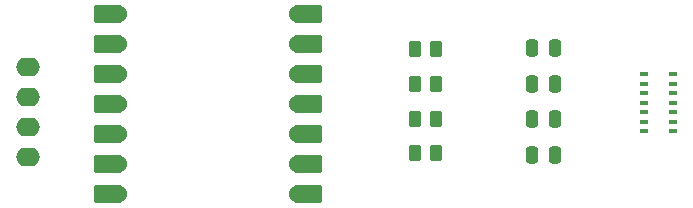
<source format=gbr>
%TF.GenerationSoftware,KiCad,Pcbnew,9.0.3*%
%TF.CreationDate,2025-08-02T21:47:09-04:00*%
%TF.ProjectId,hermes,6865726d-6573-42e6-9b69-6361645f7063,rev?*%
%TF.SameCoordinates,Original*%
%TF.FileFunction,Soldermask,Top*%
%TF.FilePolarity,Negative*%
%FSLAX46Y46*%
G04 Gerber Fmt 4.6, Leading zero omitted, Abs format (unit mm)*
G04 Created by KiCad (PCBNEW 9.0.3) date 2025-08-02 21:47:09*
%MOMM*%
%LPD*%
G01*
G04 APERTURE LIST*
G04 Aperture macros list*
%AMRoundRect*
0 Rectangle with rounded corners*
0 $1 Rounding radius*
0 $2 $3 $4 $5 $6 $7 $8 $9 X,Y pos of 4 corners*
0 Add a 4 corners polygon primitive as box body*
4,1,4,$2,$3,$4,$5,$6,$7,$8,$9,$2,$3,0*
0 Add four circle primitives for the rounded corners*
1,1,$1+$1,$2,$3*
1,1,$1+$1,$4,$5*
1,1,$1+$1,$6,$7*
1,1,$1+$1,$8,$9*
0 Add four rect primitives between the rounded corners*
20,1,$1+$1,$2,$3,$4,$5,0*
20,1,$1+$1,$4,$5,$6,$7,0*
20,1,$1+$1,$6,$7,$8,$9,0*
20,1,$1+$1,$8,$9,$2,$3,0*%
G04 Aperture macros list end*
%ADD10RoundRect,0.250000X-0.262500X-0.450000X0.262500X-0.450000X0.262500X0.450000X-0.262500X0.450000X0*%
%ADD11RoundRect,0.152400X1.063600X0.609600X-1.063600X0.609600X-1.063600X-0.609600X1.063600X-0.609600X0*%
%ADD12C,1.524000*%
%ADD13RoundRect,0.152400X-1.063600X-0.609600X1.063600X-0.609600X1.063600X0.609600X-1.063600X0.609600X0*%
%ADD14RoundRect,0.250000X-0.250000X-0.475000X0.250000X-0.475000X0.250000X0.475000X-0.250000X0.475000X0*%
%ADD15O,2.000000X1.600000*%
%ADD16RoundRect,0.087500X-0.287500X-0.087500X0.287500X-0.087500X0.287500X0.087500X-0.287500X0.087500X0*%
G04 APERTURE END LIST*
D10*
%TO.C,R5*%
X163675000Y-84450000D03*
X165500000Y-84450000D03*
%TD*%
%TO.C,R1*%
X163675000Y-78550000D03*
X165500000Y-78550000D03*
%TD*%
D11*
%TO.C,U1*%
X137736000Y-75594500D03*
D12*
X138571000Y-75594500D03*
D11*
X137736000Y-78134500D03*
D12*
X138571000Y-78134500D03*
D11*
X137736000Y-80674500D03*
D12*
X138571000Y-80674500D03*
D11*
X137736000Y-83214500D03*
D12*
X138571000Y-83214500D03*
D11*
X137736000Y-85754500D03*
D12*
X138571000Y-85754500D03*
D11*
X137736000Y-88294500D03*
D12*
X138571000Y-88294500D03*
D11*
X137736000Y-90834500D03*
D12*
X138571000Y-90834500D03*
X153811000Y-90834500D03*
D13*
X154646000Y-90834500D03*
D12*
X153811000Y-88294500D03*
D13*
X154646000Y-88294500D03*
D12*
X153811000Y-85754500D03*
D13*
X154646000Y-85754500D03*
D12*
X153811000Y-83214500D03*
D13*
X154646000Y-83214500D03*
D12*
X153811000Y-80674500D03*
D13*
X154646000Y-80674500D03*
D12*
X153811000Y-78134500D03*
D13*
X154646000Y-78134500D03*
D12*
X153811000Y-75594500D03*
D13*
X154646000Y-75594500D03*
%TD*%
D14*
%TO.C,C6*%
X173600000Y-87500000D03*
X175500000Y-87500000D03*
%TD*%
D10*
%TO.C,R6*%
X163675000Y-87400000D03*
X165500000Y-87400000D03*
%TD*%
D14*
%TO.C,C2*%
X173600000Y-81480000D03*
X175500000Y-81480000D03*
%TD*%
D15*
%TO.C,J1*%
X130950000Y-80080000D03*
X130950000Y-82620000D03*
X130950000Y-85160000D03*
X130950000Y-87700000D03*
%TD*%
D14*
%TO.C,C5*%
X173600000Y-84490000D03*
X175500000Y-84490000D03*
%TD*%
D16*
%TO.C,U2*%
X183100000Y-80700000D03*
X183100000Y-81500000D03*
X183100000Y-82300000D03*
X183100000Y-83100000D03*
X183100000Y-83900000D03*
X183100000Y-84700000D03*
X183100000Y-85500000D03*
X185500000Y-85500000D03*
X185500000Y-84700000D03*
X185500000Y-83900000D03*
X185500000Y-83100000D03*
X185500000Y-82300000D03*
X185500000Y-81500000D03*
X185500000Y-80700000D03*
%TD*%
D14*
%TO.C,C1*%
X173600000Y-78470000D03*
X175500000Y-78470000D03*
%TD*%
D10*
%TO.C,R2*%
X163675000Y-81500000D03*
X165500000Y-81500000D03*
%TD*%
M02*

</source>
